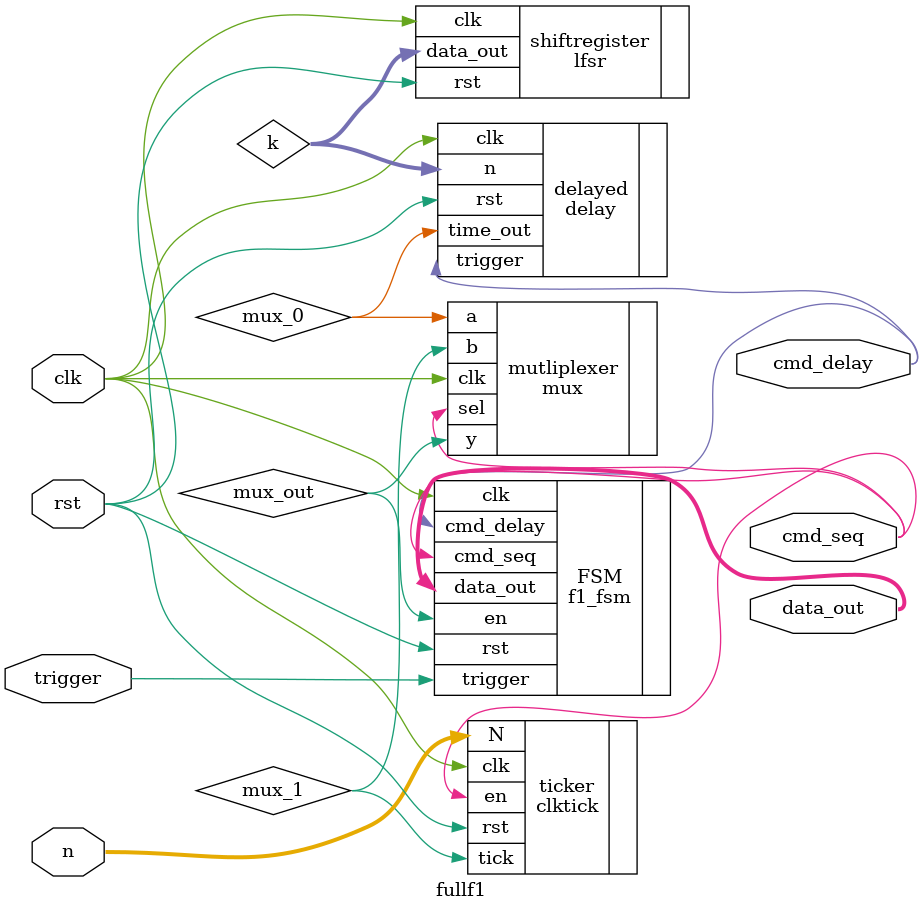
<source format=sv>
module fullf1 #(
    parameter WIDTH = 8
)(
    input  logic               clk,
    input  logic               rst,
    input  logic               trigger,
    input  logic [5:0]         n,
    output logic [WIDTH-1:0]   data_out,
    output logic               cmd_delay,
    output logic               cmd_seq
);

    logic     mux_out;
    logic     [7:1] k;
    logic     mux_0;
    logic     mux_1;

lfsr shiftregister (
    .clk (clk),
    .rst (rst),
    .data_out (k)
);

delay delayed (
    .clk (clk),
    .rst (rst),
    .trigger (cmd_delay),
    .n (k),
    .time_out (mux_0)
);

clktick ticker (
    .clk (clk),
    .rst (rst),
    .en (cmd_seq),
    .N (n),
    .tick (mux_1)
);

mux mutliplexer (
    .clk (clk),
    .a (mux_0),
    .b (mux_1),
    .sel (cmd_seq),
    .y (mux_out)
);

f1_fsm FSM (
    .rst (rst),
    .en (mux_out),
    .trigger (trigger),
    .clk (clk),
    .data_out (data_out),
    .cmd_seq (cmd_seq),
    .cmd_delay (cmd_delay)
);

endmodule

</source>
